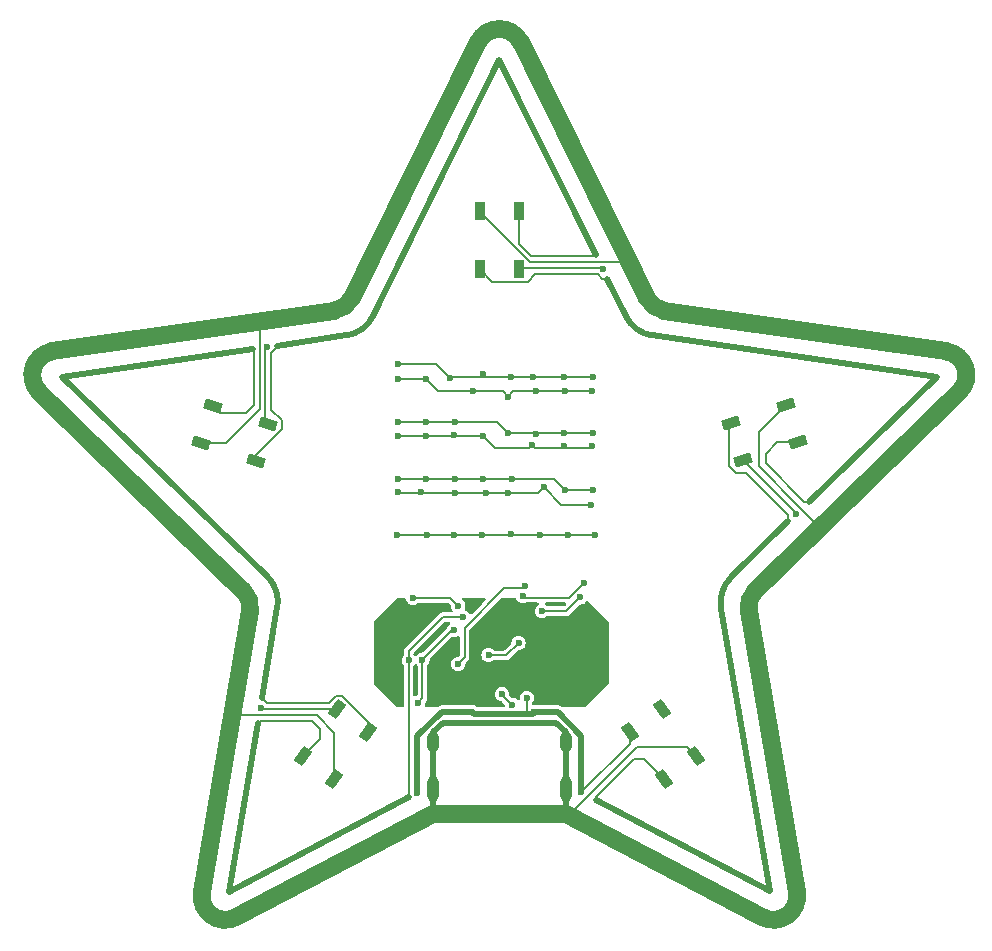
<source format=gbr>
%TF.GenerationSoftware,KiCad,Pcbnew,8.0.6*%
%TF.CreationDate,2024-11-25T17:42:41+01:00*%
%TF.ProjectId,star,73746172-2e6b-4696-9361-645f70636258,rev?*%
%TF.SameCoordinates,Original*%
%TF.FileFunction,Copper,L2,Bot*%
%TF.FilePolarity,Positive*%
%FSLAX46Y46*%
G04 Gerber Fmt 4.6, Leading zero omitted, Abs format (unit mm)*
G04 Created by KiCad (PCBNEW 8.0.6) date 2024-11-25 17:42:41*
%MOMM*%
%LPD*%
G01*
G04 APERTURE LIST*
G04 Aperture macros list*
%AMRoundRect*
0 Rectangle with rounded corners*
0 $1 Rounding radius*
0 $2 $3 $4 $5 $6 $7 $8 $9 X,Y pos of 4 corners*
0 Add a 4 corners polygon primitive as box body*
4,1,4,$2,$3,$4,$5,$6,$7,$8,$9,$2,$3,0*
0 Add four circle primitives for the rounded corners*
1,1,$1+$1,$2,$3*
1,1,$1+$1,$4,$5*
1,1,$1+$1,$6,$7*
1,1,$1+$1,$8,$9*
0 Add four rect primitives between the rounded corners*
20,1,$1+$1,$2,$3,$4,$5,0*
20,1,$1+$1,$4,$5,$6,$7,0*
20,1,$1+$1,$6,$7,$8,$9,0*
20,1,$1+$1,$8,$9,$2,$3,0*%
G04 Aperture macros list end*
%TA.AperFunction,Conductor*%
%ADD10C,1.500000*%
%TD*%
%TA.AperFunction,Conductor*%
%ADD11C,0.500000*%
%TD*%
%TA.AperFunction,ComponentPad*%
%ADD12O,1.000000X1.800000*%
%TD*%
%TA.AperFunction,ComponentPad*%
%ADD13O,1.000000X2.200000*%
%TD*%
%TA.AperFunction,SMDPad,CuDef*%
%ADD14RoundRect,0.090000X-0.516451X-0.546332X0.738943X-0.138429X0.516451X0.546332X-0.738943X0.138429X0*%
%TD*%
%TA.AperFunction,SMDPad,CuDef*%
%ADD15RoundRect,0.090000X0.360000X-0.660000X0.360000X0.660000X-0.360000X0.660000X-0.360000X-0.660000X0*%
%TD*%
%TA.AperFunction,SMDPad,CuDef*%
%ADD16RoundRect,0.090000X-0.679184X0.322349X0.096692X-0.745554X0.679184X-0.322349X-0.096692X0.745554X0*%
%TD*%
%TA.AperFunction,SMDPad,CuDef*%
%ADD17RoundRect,0.090000X0.096692X0.745554X-0.679184X-0.322349X-0.096692X-0.745554X0.679184X0.322349X0*%
%TD*%
%TA.AperFunction,SMDPad,CuDef*%
%ADD18RoundRect,0.090000X0.738943X0.138429X-0.516451X0.546332X-0.738943X-0.138429X0.516451X-0.546332X0*%
%TD*%
%TA.AperFunction,ViaPad*%
%ADD19C,0.600000*%
%TD*%
%TA.AperFunction,Conductor*%
%ADD20C,0.200000*%
%TD*%
G04 APERTURE END LIST*
D10*
%TO.N,GND*%
X100899079Y-141611677D02*
G75*
G02*
X97997376Y-139503213I-930479J1770377D01*
G01*
D11*
%TO.N,Net-(D18-DOUT)*%
X147650000Y-108100000D02*
X142809549Y-112828628D01*
D10*
%TO.N,GND*%
X144275982Y-115734704D02*
G75*
G02*
X144851146Y-113964412I1971318J338104D01*
G01*
X137146804Y-90252824D02*
G75*
G02*
X135640874Y-89158769I287596J1979324D01*
G01*
X128799994Y-132855000D02*
X145450372Y-141610463D01*
X84230406Y-97131904D02*
X101498813Y-113964441D01*
X110709059Y-89158742D02*
G75*
G02*
X109203190Y-90252863I-1793459J885042D01*
G01*
D11*
%TO.N,Net-(D15-DOUT)*%
X103515192Y-112753692D02*
G75*
G02*
X104379020Y-115409608I-2093092J-2149208D01*
G01*
%TO.N,Net-(D16-DOUT)*%
X112475000Y-90725000D02*
X123185171Y-69023822D01*
X131325000Y-85550000D02*
X123185171Y-69023822D01*
D10*
%TO.N,GND*%
X161011156Y-93720518D02*
G75*
G02*
X162119560Y-97131882I-287556J-1979182D01*
G01*
X148352425Y-139502191D02*
G75*
G02*
X145450357Y-141610491I-1971225J-338109D01*
G01*
X137146804Y-90252824D02*
X161011156Y-93720518D01*
X101498813Y-113964441D02*
G75*
G02*
X102073997Y-115734702I-1396013J-1432159D01*
G01*
X84230406Y-97131904D02*
G75*
G02*
X85338832Y-93720521I1396044J1432164D01*
G01*
X128790000Y-132855000D02*
X117550000Y-132855000D01*
D11*
%TO.N,Net-(D17-DOUT)*%
X132325000Y-87575000D02*
X133877636Y-90725570D01*
%TO.N,Net-(D18-DOUT)*%
X146050000Y-139425000D02*
X141944403Y-115487530D01*
D10*
%TO.N,GND*%
X85338832Y-93720518D02*
X109203184Y-90252824D01*
D11*
%TO.N,Net-(D15-DOUT)*%
X104378987Y-115384602D02*
X103075000Y-123075000D01*
X102292402Y-93529350D02*
X86186599Y-95877210D01*
%TO.N,Net-(D17-DOUT)*%
X160216652Y-95870128D02*
X136135921Y-92366617D01*
%TO.N,DIN*%
X115500000Y-131450000D02*
X100254332Y-139448281D01*
%TO.N,Net-(D17-DOUT)*%
X149359226Y-106431894D02*
X160205499Y-95868505D01*
D10*
%TO.N,GND*%
X110709059Y-89158742D02*
X121381522Y-67533971D01*
D11*
%TO.N,Net-(D16-DOUT)*%
X104375000Y-93225000D02*
X110217847Y-92365883D01*
D10*
%TO.N,GND*%
X100899079Y-141611677D02*
X117559994Y-132855000D01*
D11*
%TO.N,Net-(D18-DOUT)*%
X146050000Y-139425000D02*
X131347351Y-131718372D01*
X141946231Y-115484536D02*
G75*
G02*
X142809579Y-112828659I2956669J507136D01*
G01*
D10*
%TO.N,GND*%
X121381522Y-67533971D02*
G75*
G02*
X124968476Y-67533967I1793478J-885129D01*
G01*
X144275982Y-115734704D02*
X148352425Y-139502191D01*
D11*
%TO.N,DIN*%
X102698988Y-125194386D02*
X100254332Y-139448281D01*
D10*
%TO.N,GND*%
X97997387Y-139503215D02*
X102074006Y-115734704D01*
D11*
%TO.N,Net-(D16-DOUT)*%
X112475000Y-90725000D02*
G75*
G02*
X110217851Y-92365908I-2690100J1327500D01*
G01*
D10*
%TO.N,GND*%
X162119582Y-97131904D02*
X144851175Y-113964441D01*
X124968466Y-67533972D02*
X135640929Y-89158742D01*
D11*
%TO.N,Net-(D15-DOUT)*%
X86180270Y-95871047D02*
X103515192Y-112753692D01*
%TO.N,Net-(D17-DOUT)*%
X136135921Y-92366617D02*
G75*
G02*
X133877669Y-90725554I431879J2968617D01*
G01*
%TD*%
D12*
%TO.P,J2,S1,SHIELD*%
%TO.N,GND*%
X117550000Y-126755000D03*
D13*
X117550000Y-130755000D03*
D12*
X128790000Y-126755000D03*
D13*
X128790000Y-130755000D03*
%TD*%
D14*
%TO.P,D18,1,VDD*%
%TO.N,+5V*%
X143784789Y-102941335D03*
%TO.P,D18,2,DOUT*%
%TO.N,Net-(D18-DOUT)*%
X142765034Y-99802848D03*
%TO.P,D18,3,VSS*%
%TO.N,GND*%
X147425211Y-98288665D03*
%TO.P,D18,4,DIN*%
%TO.N,Net-(D17-DOUT)*%
X148444966Y-101427152D03*
%TD*%
D15*
%TO.P,D17,1,VDD*%
%TO.N,+5V*%
X124815000Y-86760000D03*
%TO.P,D17,2,DOUT*%
%TO.N,Net-(D17-DOUT)*%
X121515000Y-86760000D03*
%TO.P,D17,3,VSS*%
%TO.N,GND*%
X121515000Y-81860000D03*
%TO.P,D17,4,DIN*%
%TO.N,Net-(D16-DOUT)*%
X124815000Y-81860000D03*
%TD*%
D16*
%TO.P,D19,1,VDD*%
%TO.N,+5V*%
X134260048Y-125962754D03*
%TO.P,D19,2,DOUT*%
%TO.N,unconnected-(D19-DOUT-Pad2)*%
X136929804Y-124023063D03*
%TO.P,D19,3,VSS*%
%TO.N,GND*%
X139809952Y-127987246D03*
%TO.P,D19,4,DIN*%
%TO.N,Net-(D18-DOUT)*%
X137140196Y-129926937D03*
%TD*%
D17*
%TO.P,D15,1,VDD*%
%TO.N,+5V*%
X109415196Y-124013063D03*
%TO.P,D15,2,DOUT*%
%TO.N,Net-(D15-DOUT)*%
X112084952Y-125952754D03*
%TO.P,D15,3,VSS*%
%TO.N,GND*%
X109204804Y-129916937D03*
%TO.P,D15,4,DIN*%
%TO.N,DIN*%
X106535048Y-127977246D03*
%TD*%
D18*
%TO.P,D16,1,VDD*%
%TO.N,+5V*%
X103599966Y-99832848D03*
%TO.P,D16,2,DOUT*%
%TO.N,Net-(D16-DOUT)*%
X102580211Y-102971335D03*
%TO.P,D16,3,VSS*%
%TO.N,GND*%
X97920034Y-101457152D03*
%TO.P,D16,4,DIN*%
%TO.N,Net-(D15-DOUT)*%
X98939789Y-98318665D03*
%TD*%
D19*
%TO.N,+5V*%
X126150000Y-124225004D03*
X102956063Y-123911967D03*
X130117772Y-131057961D03*
X116228322Y-131073437D03*
X120857197Y-124225004D03*
X103475000Y-93350000D03*
X148258227Y-107502467D03*
X131925000Y-86750000D03*
X125500000Y-123050000D03*
%TO.N,GND*%
X118325000Y-122010000D03*
X125156914Y-121283486D03*
X123325001Y-115960002D03*
X129625000Y-120200000D03*
X129075000Y-123500000D03*
%TO.N,+3V3*%
X125386192Y-113583472D03*
X119685000Y-120175000D03*
%TO.N,DIN*%
X115500006Y-119850000D03*
X120105002Y-116210000D03*
%TO.N,SWIO*%
X116661957Y-119811957D03*
X119355148Y-117298625D03*
X116300000Y-123450000D03*
%TO.N,Net-(J3-Pin_1)*%
X130000000Y-114550000D03*
X126775000Y-115710000D03*
%TO.N,Net-(J4-Pin_1)*%
X115850000Y-114575000D03*
X119700000Y-115275000D03*
%TO.N,Net-(U1-PD5)*%
X124800002Y-118400000D03*
X122259112Y-119440304D03*
%TO.N,unconnected-(U1-PD0-Pad5)*%
X130300000Y-113299998D03*
X125150000Y-114425000D03*
%TO.N,/USB_D-*%
X124250000Y-123625000D03*
X123392892Y-122738399D03*
%TO.N,LED2*%
X114625000Y-94750000D03*
X131066282Y-95861282D03*
X119025010Y-95950002D03*
X121800008Y-95625000D03*
X128646282Y-95856282D03*
X124150000Y-95850000D03*
X126025000Y-95850000D03*
%TO.N,LED3*%
X128700000Y-97100000D03*
X116976282Y-96056282D03*
X131050000Y-97100000D03*
X114575000Y-96050000D03*
X120975012Y-97100012D03*
X126265088Y-97100005D03*
X123916282Y-97550004D03*
%TO.N,LED4*%
X128666282Y-100651282D03*
X131075000Y-100625000D03*
X116976081Y-99728530D03*
X114571282Y-99650000D03*
X126316282Y-100666282D03*
X123941282Y-100656282D03*
X119450000Y-99725000D03*
%TO.N,LED7*%
X114581282Y-105656282D03*
X122075000Y-105675000D03*
X116500000Y-105599994D03*
X126924998Y-105225000D03*
X130950000Y-106708728D03*
X119386282Y-105661282D03*
X123925000Y-105675000D03*
%TO.N,LED6*%
X116987258Y-104540539D03*
X131075000Y-105450000D03*
X114583358Y-104544300D03*
X128706282Y-105471282D03*
X121823281Y-104543160D03*
X124237926Y-104557397D03*
X119383759Y-104548977D03*
%TO.N,LED5*%
X131017450Y-101742528D03*
X116986282Y-100841282D03*
X128662055Y-101763097D03*
X121775000Y-100850000D03*
X119361282Y-100831282D03*
X125913999Y-101631952D03*
X114581282Y-100851282D03*
%TO.N,LED8*%
X128975000Y-109250000D03*
X119375000Y-109225002D03*
X114550000Y-109300000D03*
X121681438Y-109224023D03*
X124176282Y-109200000D03*
X126575000Y-109250000D03*
X117025000Y-109275000D03*
X131275979Y-109256057D03*
%TD*%
D20*
%TO.N,+5V*%
X134260048Y-125962754D02*
X134260048Y-126915685D01*
D11*
X116228322Y-126303161D02*
X118306479Y-124225004D01*
X118306479Y-124225004D02*
X120857197Y-124225004D01*
D20*
X148258227Y-107414773D02*
X148258227Y-107502467D01*
X134260048Y-126915685D02*
X130117772Y-131057961D01*
D11*
X126150000Y-124225004D02*
X128100004Y-124225004D01*
D20*
X125500000Y-123050000D02*
X125500000Y-124225004D01*
X124925000Y-86650000D02*
X131875000Y-86650000D01*
D11*
X120857197Y-124225004D02*
X121007193Y-124375000D01*
D20*
X109415196Y-124013063D02*
X102932159Y-124013063D01*
D11*
X121007193Y-124375000D02*
X126000004Y-124375000D01*
D20*
X102932159Y-124013063D02*
X102931063Y-124011967D01*
D11*
X128100004Y-124225004D02*
X130117772Y-126242772D01*
D20*
X103599967Y-99832848D02*
X103375000Y-99607881D01*
D11*
X116228322Y-131073437D02*
X116228322Y-126303161D01*
D20*
X103375000Y-99607881D02*
X103375000Y-93450000D01*
X124815000Y-86760000D02*
X124925000Y-86650000D01*
D11*
X130117772Y-126242772D02*
X130117772Y-131057961D01*
X126000004Y-124375000D02*
X126150000Y-124225004D01*
D20*
X143784789Y-102941335D02*
X148258227Y-107414773D01*
X103375000Y-93450000D02*
X103475000Y-93350000D01*
%TO.N,GND*%
X121515000Y-81885964D02*
X125779036Y-86150000D01*
X102875000Y-98625000D02*
X102875000Y-91525000D01*
X107725000Y-124525000D02*
X109204804Y-126004804D01*
D11*
X128790000Y-132149114D02*
X128790000Y-130651992D01*
D20*
X139072706Y-127250000D02*
X139809952Y-127987246D01*
X117490719Y-132208276D02*
X117270749Y-132323945D01*
X147425211Y-98288665D02*
X145150000Y-100563876D01*
X121515000Y-81860000D02*
X121515000Y-81885964D01*
X97920034Y-101457152D02*
X100042848Y-101457152D01*
X148475000Y-106775000D02*
X149825000Y-108125000D01*
D11*
X127971257Y-125152690D02*
X128790000Y-125971433D01*
X128790000Y-126755000D02*
X128790000Y-130755000D01*
D20*
X117491251Y-130233227D02*
X117274829Y-130346804D01*
X117550000Y-132148995D02*
X117490719Y-132208276D01*
X129527085Y-132510415D02*
X134787500Y-127250000D01*
X134787500Y-127250000D02*
X139072706Y-127250000D01*
D11*
X117550000Y-126755000D02*
X117550000Y-125971433D01*
D20*
X100042848Y-101457152D02*
X102875000Y-98625000D01*
D11*
X118368743Y-125152690D02*
X127971257Y-125152690D01*
D20*
X125779036Y-86150000D02*
X133475000Y-86150000D01*
D11*
X117550000Y-130755000D02*
X117550000Y-126755000D01*
D20*
X145150000Y-100563876D02*
X145150000Y-103450000D01*
X129069142Y-132323888D02*
X128849150Y-132208264D01*
D11*
X117550000Y-125971433D02*
X118368743Y-125152690D01*
X128790000Y-125971433D02*
X128790000Y-126755000D01*
D20*
X145150000Y-103450000D02*
X148475000Y-106775000D01*
X117550000Y-130174478D02*
X117491251Y-130233227D01*
X109204804Y-126004804D02*
X109204804Y-129916937D01*
D11*
X117550000Y-130755000D02*
X117550000Y-132148995D01*
D20*
X101150000Y-124525000D02*
X107725000Y-124525000D01*
%TO.N,+3V3*%
X120230019Y-119629981D02*
X120230019Y-117119981D01*
X119685000Y-120175000D02*
X120230019Y-119629981D01*
X125219664Y-113750000D02*
X125386192Y-113583472D01*
X120230019Y-117119981D02*
X123600000Y-113750000D01*
X123600000Y-113750000D02*
X125219664Y-113750000D01*
%TO.N,DIN*%
X107975000Y-126537294D02*
X106535048Y-127977246D01*
X120105002Y-116210000D02*
X118390000Y-116210000D01*
X115500000Y-119850006D02*
X115500006Y-119850000D01*
X102698988Y-125194386D02*
X102893374Y-125000000D01*
X107300000Y-125000000D02*
X107975000Y-125675000D01*
X102893374Y-125000000D02*
X107300000Y-125000000D01*
X107975000Y-125675000D02*
X107975000Y-126537294D01*
X118390000Y-116210000D02*
X115500006Y-119099994D01*
X115500006Y-119099994D02*
X115500006Y-119850000D01*
X115500000Y-131450000D02*
X115500000Y-119850006D01*
%TO.N,Net-(D15-DOUT)*%
X112084952Y-125129349D02*
X109832479Y-122876876D01*
X98939789Y-98318665D02*
X99546124Y-98925000D01*
X102375000Y-98275000D02*
X102375000Y-93611948D01*
X109832479Y-122876876D02*
X109350583Y-122876876D01*
X102375000Y-93611948D02*
X102292402Y-93529350D01*
X112084952Y-125952754D02*
X112084952Y-125129349D01*
X109350583Y-122876876D02*
X108727459Y-123500000D01*
X101725000Y-98925000D02*
X102375000Y-98275000D01*
X108727459Y-123500000D02*
X103500000Y-123500000D01*
X99546124Y-98925000D02*
X101725000Y-98925000D01*
X103500000Y-123500000D02*
X103075000Y-123075000D01*
%TO.N,Net-(D16-DOUT)*%
X102580211Y-102971335D02*
X102580211Y-102469789D01*
X125850000Y-85650000D02*
X131225000Y-85650000D01*
X102580211Y-102469789D02*
X104730390Y-100319610D01*
X103875000Y-93846077D02*
X104375000Y-93346077D01*
X124815000Y-84615000D02*
X125850000Y-85650000D01*
X131225000Y-85650000D02*
X131325000Y-85550000D01*
X104375000Y-93346077D02*
X104375000Y-93225000D01*
X103875000Y-98675000D02*
X103875000Y-93846077D01*
X124815000Y-81860000D02*
X124815000Y-84615000D01*
X104730390Y-100319610D02*
X104730390Y-99530390D01*
X104730390Y-99530390D02*
X103875000Y-98675000D01*
%TO.N,Net-(D17-DOUT)*%
X122565000Y-87810000D02*
X125565000Y-87810000D01*
X145725000Y-102425000D02*
X146722848Y-101427152D01*
X125565000Y-87810000D02*
X126200000Y-87175000D01*
X148956894Y-106431894D02*
X145725000Y-103200000D01*
X146722848Y-101427152D02*
X148444966Y-101427152D01*
X121515000Y-86760000D02*
X122565000Y-87810000D01*
X149359226Y-106431894D02*
X148956894Y-106431894D01*
X145725000Y-103200000D02*
X145725000Y-102425000D01*
X126200000Y-87175000D02*
X131500000Y-87175000D01*
X131500000Y-87175000D02*
X131900000Y-87575000D01*
X131900000Y-87575000D02*
X132325000Y-87575000D01*
%TO.N,Net-(D18-DOUT)*%
X142654365Y-103454365D02*
X143225000Y-104025000D01*
X134575000Y-128225000D02*
X131347351Y-131452649D01*
X137140196Y-129926937D02*
X135438259Y-128225000D01*
X131347351Y-131452649D02*
X131347351Y-131718372D01*
X143225000Y-104025000D02*
X144100000Y-104025000D01*
X135438259Y-128225000D02*
X134575000Y-128225000D01*
X142654365Y-99913517D02*
X142654365Y-103454365D01*
X147650000Y-107575000D02*
X147650000Y-108100000D01*
X144100000Y-104025000D02*
X147650000Y-107575000D01*
X142765034Y-99802848D02*
X142654365Y-99913517D01*
%TO.N,SWIO*%
X116661957Y-119811957D02*
X116661957Y-123088043D01*
X119355148Y-117298625D02*
X119175289Y-117298625D01*
X116661957Y-123088043D02*
X116300000Y-123450000D01*
X119175289Y-117298625D02*
X116661957Y-119811957D01*
%TO.N,Net-(J3-Pin_1)*%
X128840000Y-115710000D02*
X126775000Y-115710000D01*
X130000000Y-114550000D02*
X128840000Y-115710000D01*
%TO.N,Net-(J4-Pin_1)*%
X115850000Y-114575000D02*
X119000000Y-114575000D01*
X119000000Y-114575000D02*
X119700000Y-115275000D01*
%TO.N,Net-(U1-PD5)*%
X123759698Y-119440304D02*
X124800002Y-118400000D01*
X122259112Y-119440304D02*
X123759698Y-119440304D01*
%TO.N,unconnected-(U1-PD0-Pad5)*%
X130300000Y-113299998D02*
X129037264Y-114562734D01*
X129037264Y-114562734D02*
X125287734Y-114562734D01*
X125287734Y-114562734D02*
X125150000Y-114425000D01*
%TO.N,/USB_D-*%
X123392892Y-122767892D02*
X124250000Y-123625000D01*
X123392892Y-122738399D02*
X123392892Y-122767892D01*
%TO.N,LED2*%
X131055000Y-95850000D02*
X128000000Y-95850000D01*
X126025000Y-95850000D02*
X123125000Y-95850000D01*
X114625000Y-94750000D02*
X117825008Y-94750000D01*
X117825008Y-94750000D02*
X119025010Y-95950002D01*
X128640000Y-95850000D02*
X128646282Y-95856282D01*
X121650000Y-95850000D02*
X119125012Y-95850000D01*
X119125012Y-95850000D02*
X119025010Y-95950002D01*
X128000000Y-95850000D02*
X126025000Y-95850000D01*
X123125000Y-95850000D02*
X124150000Y-95850000D01*
X131066282Y-95861282D02*
X131055000Y-95850000D01*
X121650000Y-95850000D02*
X121800008Y-95699992D01*
X128000000Y-95850000D02*
X128640000Y-95850000D01*
X121800008Y-95699992D02*
X121800008Y-95625000D01*
X123125000Y-95850000D02*
X121650000Y-95850000D01*
%TO.N,LED3*%
X116975000Y-96055000D02*
X116976282Y-96056282D01*
X124366281Y-97100005D02*
X123916282Y-97550004D01*
X116975000Y-96050000D02*
X116975000Y-96055000D01*
X126265093Y-97100000D02*
X126265088Y-97100005D01*
X126265088Y-97100005D02*
X124366281Y-97100005D01*
X128700000Y-97100000D02*
X131050000Y-97100000D01*
X114575000Y-96050000D02*
X116975000Y-96050000D01*
X128700000Y-97100000D02*
X126265093Y-97100000D01*
X120975012Y-97100012D02*
X123466290Y-97100012D01*
X118020012Y-97100012D02*
X120975012Y-97100012D01*
X116976282Y-96056282D02*
X118020012Y-97100012D01*
X123466290Y-97100012D02*
X123916282Y-97550004D01*
%TO.N,LED4*%
X127825000Y-100625000D02*
X125900000Y-100625000D01*
X117525000Y-99728530D02*
X117525000Y-99725000D01*
X114649812Y-99728530D02*
X114571282Y-99650000D01*
X123968718Y-100656282D02*
X123941282Y-100656282D01*
X123010000Y-99725000D02*
X119450000Y-99725000D01*
X125900000Y-100625000D02*
X126275000Y-100625000D01*
X124000000Y-100625000D02*
X123968718Y-100656282D01*
X117525000Y-99725000D02*
X119450000Y-99725000D01*
X116976081Y-99728530D02*
X117525000Y-99728530D01*
X126275000Y-100625000D02*
X126316282Y-100666282D01*
X128640000Y-100625000D02*
X128666282Y-100651282D01*
X131075000Y-100625000D02*
X127825000Y-100625000D01*
X125900000Y-100625000D02*
X124000000Y-100625000D01*
X116976081Y-99728530D02*
X114649812Y-99728530D01*
X127825000Y-100625000D02*
X128640000Y-100625000D01*
X123941282Y-100656282D02*
X123010000Y-99725000D01*
%TO.N,LED7*%
X116575000Y-105675000D02*
X116500000Y-105600000D01*
X121300000Y-105675000D02*
X122075000Y-105675000D01*
X123600000Y-105675000D02*
X121300000Y-105675000D01*
X118850000Y-105675000D02*
X119372564Y-105675000D01*
X119372564Y-105675000D02*
X119386282Y-105661282D01*
X123600000Y-105675000D02*
X123925000Y-105675000D01*
X118850000Y-105675000D02*
X116575000Y-105675000D01*
X116575000Y-105675000D02*
X114600000Y-105675000D01*
X130950000Y-106708728D02*
X130933728Y-106725000D01*
X116500000Y-105600000D02*
X116500000Y-105599994D01*
X126474998Y-105675000D02*
X126924998Y-105225000D01*
X121300000Y-105675000D02*
X118850000Y-105675000D01*
X114600000Y-105675000D02*
X114581282Y-105656282D01*
X130933728Y-106725000D02*
X128424998Y-106725000D01*
X128424998Y-106725000D02*
X126924998Y-105225000D01*
X123925000Y-105675000D02*
X126474998Y-105675000D01*
%TO.N,LED6*%
X131075000Y-105450000D02*
X128727564Y-105450000D01*
X124245323Y-104550000D02*
X127785000Y-104550000D01*
X124237926Y-104557397D02*
X124245323Y-104550000D01*
X124223689Y-104543160D02*
X124237926Y-104557397D01*
X119375321Y-104540539D02*
X119383759Y-104548977D01*
X127785000Y-104550000D02*
X128706282Y-105471282D01*
X121817464Y-104548977D02*
X121823281Y-104543160D01*
X128727564Y-105450000D02*
X128706282Y-105471282D01*
X119383759Y-104548977D02*
X121817464Y-104548977D01*
X114583358Y-104544300D02*
X116983497Y-104544300D01*
X116987258Y-104540539D02*
X119375321Y-104540539D01*
X121823281Y-104543160D02*
X124223689Y-104543160D01*
X116983497Y-104544300D02*
X116987258Y-104540539D01*
%TO.N,LED5*%
X116995000Y-100850000D02*
X116986282Y-100841282D01*
X128798958Y-101900000D02*
X128662055Y-101763097D01*
X128525152Y-101900000D02*
X126182047Y-101900000D01*
X128662055Y-101763097D02*
X128525152Y-101900000D01*
X130859978Y-101900000D02*
X128798958Y-101900000D01*
X122825000Y-101900000D02*
X121775000Y-100850000D01*
X114582564Y-100850000D02*
X114581282Y-100851282D01*
X119875000Y-100850000D02*
X117450000Y-100850000D01*
X121775000Y-100850000D02*
X119875000Y-100850000D01*
X119380000Y-100850000D02*
X119361282Y-100831282D01*
X126182047Y-101900000D02*
X125913999Y-101631952D01*
X117450000Y-100850000D02*
X114582564Y-100850000D01*
X117450000Y-100850000D02*
X116995000Y-100850000D01*
X119875000Y-100850000D02*
X119380000Y-100850000D01*
X131017450Y-101742528D02*
X130859978Y-101900000D01*
X125913999Y-101631952D02*
X125645951Y-101900000D01*
X125645951Y-101900000D02*
X122825000Y-101900000D01*
%TO.N,LED8*%
X131275979Y-109256057D02*
X128981057Y-109256057D01*
X119325002Y-109275000D02*
X119375000Y-109225002D01*
X124226282Y-109250000D02*
X124176282Y-109200000D01*
X124152259Y-109224023D02*
X124176282Y-109200000D01*
X121680459Y-109225002D02*
X119375000Y-109225002D01*
X114550000Y-109300000D02*
X114575000Y-109275000D01*
X128981057Y-109256057D02*
X128975000Y-109250000D01*
X121681438Y-109224023D02*
X121680459Y-109225002D01*
X126575000Y-109250000D02*
X128975000Y-109250000D01*
X117025000Y-109275000D02*
X119325002Y-109275000D01*
X121681438Y-109224023D02*
X124152259Y-109224023D01*
X114575000Y-109275000D02*
X117025000Y-109275000D01*
X126575000Y-109250000D02*
X124226282Y-109250000D01*
%TD*%
%TA.AperFunction,Conductor*%
%TO.N,GND*%
G36*
X124546340Y-114594685D02*
G01*
X124592095Y-114647489D01*
X124593860Y-114651544D01*
X124625464Y-114727841D01*
X124721718Y-114853282D01*
X124847159Y-114949536D01*
X124993238Y-115010044D01*
X125006721Y-115011819D01*
X125149999Y-115030682D01*
X125150000Y-115030682D01*
X125150001Y-115030682D01*
X125202254Y-115023802D01*
X125306762Y-115010044D01*
X125396983Y-114972672D01*
X125444436Y-114963234D01*
X126396482Y-114963234D01*
X126463521Y-114982919D01*
X126509276Y-115035723D01*
X126519220Y-115104881D01*
X126490195Y-115168437D01*
X126471970Y-115185608D01*
X126400720Y-115240281D01*
X126346718Y-115281718D01*
X126250463Y-115407160D01*
X126189956Y-115553237D01*
X126189955Y-115553239D01*
X126169318Y-115709998D01*
X126169318Y-115710001D01*
X126189955Y-115866760D01*
X126189956Y-115866762D01*
X126199383Y-115889522D01*
X126250464Y-116012841D01*
X126346718Y-116138282D01*
X126472159Y-116234536D01*
X126618238Y-116295044D01*
X126696619Y-116305363D01*
X126774999Y-116315682D01*
X126775000Y-116315682D01*
X126775001Y-116315682D01*
X126827254Y-116308802D01*
X126931762Y-116295044D01*
X127077841Y-116234536D01*
X127203282Y-116138282D01*
X127203283Y-116138279D01*
X127206093Y-116136124D01*
X127271263Y-116110930D01*
X127281580Y-116110500D01*
X128892725Y-116110500D01*
X128892727Y-116110500D01*
X128994588Y-116083207D01*
X129085913Y-116030480D01*
X129924991Y-115191400D01*
X129986312Y-115157917D01*
X129996485Y-115156144D01*
X129999997Y-115155681D01*
X130000000Y-115155682D01*
X130156762Y-115135044D01*
X130302841Y-115074536D01*
X130428282Y-114978282D01*
X130524536Y-114852841D01*
X130524536Y-114852839D01*
X130526730Y-114849981D01*
X130583158Y-114808779D01*
X130652904Y-114804624D01*
X130712787Y-114837787D01*
X132413681Y-116538681D01*
X132447166Y-116600004D01*
X132450000Y-116626362D01*
X132450000Y-121798638D01*
X132430315Y-121865677D01*
X132413681Y-121886319D01*
X130486319Y-123813681D01*
X130424996Y-123847166D01*
X130398638Y-123850000D01*
X128554887Y-123850000D01*
X128487848Y-123830315D01*
X128467206Y-123813681D01*
X128438020Y-123784495D01*
X128438019Y-123784494D01*
X128312489Y-123712020D01*
X128312484Y-123712018D01*
X128252938Y-123696062D01*
X128252938Y-123696063D01*
X128187571Y-123678548D01*
X128172479Y-123674504D01*
X128172478Y-123674504D01*
X126414823Y-123674504D01*
X126367370Y-123665065D01*
X126306762Y-123639960D01*
X126306760Y-123639959D01*
X126150001Y-123619322D01*
X126149999Y-123619322D01*
X126079783Y-123628566D01*
X126010748Y-123617800D01*
X125958492Y-123571420D01*
X125939607Y-123504151D01*
X125960088Y-123437351D01*
X125965222Y-123430141D01*
X126024535Y-123352842D01*
X126024534Y-123352842D01*
X126024536Y-123352841D01*
X126085044Y-123206762D01*
X126105682Y-123050000D01*
X126104528Y-123041238D01*
X126085044Y-122893239D01*
X126085044Y-122893238D01*
X126024536Y-122747159D01*
X125928282Y-122621718D01*
X125802841Y-122525464D01*
X125656762Y-122464956D01*
X125656760Y-122464955D01*
X125500001Y-122444318D01*
X125499999Y-122444318D01*
X125343239Y-122464955D01*
X125343237Y-122464956D01*
X125197160Y-122525463D01*
X125071718Y-122621718D01*
X124975463Y-122747160D01*
X124914956Y-122893237D01*
X124914955Y-122893239D01*
X124894318Y-123049998D01*
X124894318Y-123050002D01*
X124901972Y-123108144D01*
X124891206Y-123177179D01*
X124844826Y-123229434D01*
X124777556Y-123248319D01*
X124710756Y-123227838D01*
X124680658Y-123199815D01*
X124678282Y-123196718D01*
X124552841Y-123100464D01*
X124406762Y-123039956D01*
X124350577Y-123032559D01*
X124246485Y-123018855D01*
X124182589Y-122990588D01*
X124174990Y-122983597D01*
X124033811Y-122842418D01*
X124000326Y-122781095D01*
X123998888Y-122746527D01*
X123998574Y-122746527D01*
X123998574Y-122738991D01*
X123998555Y-122738541D01*
X123998574Y-122738399D01*
X123977936Y-122581637D01*
X123917428Y-122435558D01*
X123821174Y-122310117D01*
X123695733Y-122213863D01*
X123549654Y-122153355D01*
X123549652Y-122153354D01*
X123392893Y-122132717D01*
X123392891Y-122132717D01*
X123236131Y-122153354D01*
X123236129Y-122153355D01*
X123090052Y-122213862D01*
X122964610Y-122310117D01*
X122868355Y-122435559D01*
X122807848Y-122581636D01*
X122807847Y-122581638D01*
X122787210Y-122738397D01*
X122787210Y-122738400D01*
X122807847Y-122895159D01*
X122807848Y-122895161D01*
X122861168Y-123023888D01*
X122868356Y-123041240D01*
X122964610Y-123166681D01*
X123090051Y-123262935D01*
X123236130Y-123323443D01*
X123362441Y-123340072D01*
X123426338Y-123368338D01*
X123433937Y-123375330D01*
X123608597Y-123549990D01*
X123642082Y-123611313D01*
X123643855Y-123621485D01*
X123652127Y-123684314D01*
X123641362Y-123753349D01*
X123594982Y-123805605D01*
X123529188Y-123824500D01*
X121363772Y-123824500D01*
X121296733Y-123804815D01*
X121288286Y-123798876D01*
X121160039Y-123700468D01*
X121013959Y-123639960D01*
X121013957Y-123639959D01*
X120857198Y-123619322D01*
X120857196Y-123619322D01*
X120700436Y-123639959D01*
X120700434Y-123639960D01*
X120639827Y-123665065D01*
X120592374Y-123674504D01*
X118234004Y-123674504D01*
X118153545Y-123696063D01*
X118153544Y-123696062D01*
X118093998Y-123712018D01*
X118093993Y-123712020D01*
X117968465Y-123784493D01*
X117968462Y-123784495D01*
X117939277Y-123813681D01*
X117877954Y-123847166D01*
X117851596Y-123850000D01*
X116969871Y-123850000D01*
X116902832Y-123830315D01*
X116857077Y-123777511D01*
X116847133Y-123708353D01*
X116855310Y-123678548D01*
X116876012Y-123628566D01*
X116885044Y-123606762D01*
X116905682Y-123450000D01*
X116905681Y-123449997D01*
X116906144Y-123446486D01*
X116934410Y-123382590D01*
X116941404Y-123374988D01*
X116948055Y-123368338D01*
X116982437Y-123333956D01*
X117004690Y-123295412D01*
X117035164Y-123242630D01*
X117062457Y-123140770D01*
X117062457Y-120318537D01*
X117082142Y-120251498D01*
X117088081Y-120243050D01*
X117090236Y-120240240D01*
X117090239Y-120240239D01*
X117186493Y-120114798D01*
X117247001Y-119968719D01*
X117267639Y-119811957D01*
X117267638Y-119811954D01*
X117268101Y-119808442D01*
X117296367Y-119744546D01*
X117303347Y-119736958D01*
X119118256Y-117922049D01*
X119179577Y-117888566D01*
X119222116Y-117886793D01*
X119355148Y-117904307D01*
X119355149Y-117904307D01*
X119407402Y-117897427D01*
X119511910Y-117883669D01*
X119657989Y-117823161D01*
X119657989Y-117823160D01*
X119658066Y-117823129D01*
X119727536Y-117815660D01*
X119790015Y-117846935D01*
X119825667Y-117907024D01*
X119829519Y-117937690D01*
X119829519Y-119412724D01*
X119809834Y-119479763D01*
X119793199Y-119500407D01*
X119760006Y-119533599D01*
X119698682Y-119567083D01*
X119688512Y-119568855D01*
X119528238Y-119589956D01*
X119528237Y-119589956D01*
X119382160Y-119650463D01*
X119256718Y-119746718D01*
X119160463Y-119872160D01*
X119099956Y-120018237D01*
X119099955Y-120018239D01*
X119079318Y-120174998D01*
X119079318Y-120175001D01*
X119099955Y-120331760D01*
X119099956Y-120331762D01*
X119160464Y-120477841D01*
X119256718Y-120603282D01*
X119382159Y-120699536D01*
X119528238Y-120760044D01*
X119606619Y-120770363D01*
X119684999Y-120780682D01*
X119685000Y-120780682D01*
X119685001Y-120780682D01*
X119737254Y-120773802D01*
X119841762Y-120760044D01*
X119987841Y-120699536D01*
X120113282Y-120603282D01*
X120209536Y-120477841D01*
X120270044Y-120331762D01*
X120290682Y-120175000D01*
X120290681Y-120174997D01*
X120291144Y-120171485D01*
X120319410Y-120107589D01*
X120326377Y-120100014D01*
X120550499Y-119875894D01*
X120603226Y-119784569D01*
X120630519Y-119682708D01*
X120630519Y-119577254D01*
X120630519Y-119440302D01*
X121653430Y-119440302D01*
X121653430Y-119440305D01*
X121674067Y-119597064D01*
X121674068Y-119597066D01*
X121734576Y-119743145D01*
X121830830Y-119868586D01*
X121956271Y-119964840D01*
X122102350Y-120025348D01*
X122180731Y-120035667D01*
X122259111Y-120045986D01*
X122259112Y-120045986D01*
X122259113Y-120045986D01*
X122311366Y-120039106D01*
X122415874Y-120025348D01*
X122561953Y-119964840D01*
X122687394Y-119868586D01*
X122687395Y-119868583D01*
X122690205Y-119866428D01*
X122755375Y-119841234D01*
X122765692Y-119840804D01*
X123812423Y-119840804D01*
X123812425Y-119840804D01*
X123914286Y-119813511D01*
X124005611Y-119760784D01*
X124724993Y-119041400D01*
X124786314Y-119007917D01*
X124796487Y-119006144D01*
X124799999Y-119005681D01*
X124800002Y-119005682D01*
X124956764Y-118985044D01*
X125102843Y-118924536D01*
X125228284Y-118828282D01*
X125324538Y-118702841D01*
X125385046Y-118556762D01*
X125405684Y-118400000D01*
X125385046Y-118243238D01*
X125324538Y-118097159D01*
X125228284Y-117971718D01*
X125102843Y-117875464D01*
X124956764Y-117814956D01*
X124956762Y-117814955D01*
X124800003Y-117794318D01*
X124800001Y-117794318D01*
X124643241Y-117814955D01*
X124643239Y-117814956D01*
X124497162Y-117875463D01*
X124371720Y-117971718D01*
X124275465Y-118097160D01*
X124214958Y-118243237D01*
X124214958Y-118243238D01*
X124193857Y-118403513D01*
X124165590Y-118467409D01*
X124158599Y-118475008D01*
X123630124Y-119003485D01*
X123568801Y-119036970D01*
X123542443Y-119039804D01*
X122765692Y-119039804D01*
X122698653Y-119020119D01*
X122690205Y-119014180D01*
X122687395Y-119012024D01*
X122687394Y-119012022D01*
X122561953Y-118915768D01*
X122415874Y-118855260D01*
X122415872Y-118855259D01*
X122259113Y-118834622D01*
X122259111Y-118834622D01*
X122102351Y-118855259D01*
X122102349Y-118855260D01*
X121956272Y-118915767D01*
X121830830Y-119012022D01*
X121734575Y-119137464D01*
X121674068Y-119283541D01*
X121674067Y-119283543D01*
X121653430Y-119440302D01*
X120630519Y-119440302D01*
X120630519Y-117337236D01*
X120650204Y-117270197D01*
X120666838Y-117249555D01*
X123305074Y-114611319D01*
X123366397Y-114577834D01*
X123392755Y-114575000D01*
X124479301Y-114575000D01*
X124546340Y-114594685D01*
G37*
%TD.AperFunction*%
%TD*%
%TA.AperFunction,NonConductor*%
G36*
X128788050Y-114982919D02*
G01*
X128833805Y-115035723D01*
X128843749Y-115104881D01*
X128814724Y-115168437D01*
X128808692Y-115174915D01*
X128710426Y-115273181D01*
X128649103Y-115306666D01*
X128622745Y-115309500D01*
X127281580Y-115309500D01*
X127214541Y-115289815D01*
X127206093Y-115283876D01*
X127203283Y-115281720D01*
X127203282Y-115281718D01*
X127078030Y-115185609D01*
X127036829Y-115129182D01*
X127032674Y-115059436D01*
X127066887Y-114998515D01*
X127128604Y-114965763D01*
X127153518Y-114963234D01*
X128721011Y-114963234D01*
X128788050Y-114982919D01*
G37*
%TD.AperFunction*%
%TA.AperFunction,NonConductor*%
G36*
X121976284Y-114594685D02*
G01*
X122022039Y-114647489D01*
X122031983Y-114716647D01*
X122002958Y-114780203D01*
X121996932Y-114786673D01*
X121684070Y-115099536D01*
X120833080Y-115950525D01*
X120771757Y-115984010D01*
X120702065Y-115979026D01*
X120646132Y-115937154D01*
X120630839Y-115910299D01*
X120629539Y-115907161D01*
X120629538Y-115907160D01*
X120629538Y-115907159D01*
X120533284Y-115781718D01*
X120407843Y-115685464D01*
X120363339Y-115667029D01*
X120327890Y-115652346D01*
X120273487Y-115608504D01*
X120251423Y-115542210D01*
X120260783Y-115490332D01*
X120285044Y-115431762D01*
X120303732Y-115289815D01*
X120305682Y-115275001D01*
X120305682Y-115274998D01*
X120289372Y-115151111D01*
X120285044Y-115118238D01*
X120224536Y-114972159D01*
X120128282Y-114846718D01*
X120063977Y-114797375D01*
X120022775Y-114740948D01*
X120018620Y-114671202D01*
X120052832Y-114610282D01*
X120114550Y-114577529D01*
X120139464Y-114575000D01*
X121909245Y-114575000D01*
X121976284Y-114594685D01*
G37*
%TD.AperFunction*%
%TA.AperFunction,NonConductor*%
G36*
X118967247Y-116630185D02*
G01*
X119013002Y-116682989D01*
X119022946Y-116752147D01*
X118993921Y-116815703D01*
X118975699Y-116832872D01*
X118947899Y-116854203D01*
X118926864Y-116870344D01*
X118830612Y-116995783D01*
X118830611Y-116995784D01*
X118782685Y-117111487D01*
X118755805Y-117151714D01*
X116736965Y-119170554D01*
X116675642Y-119204039D01*
X116665470Y-119205812D01*
X116505195Y-119226913D01*
X116505194Y-119226913D01*
X116359117Y-119287420D01*
X116233672Y-119383677D01*
X116164760Y-119473485D01*
X116108332Y-119514688D01*
X116038586Y-119518842D01*
X115977666Y-119484629D01*
X115968010Y-119473485D01*
X115928288Y-119421718D01*
X115926129Y-119418904D01*
X115900936Y-119353735D01*
X115900506Y-119343419D01*
X115900506Y-119317248D01*
X115920191Y-119250209D01*
X115936825Y-119229567D01*
X118519573Y-116646819D01*
X118580896Y-116613334D01*
X118607254Y-116610500D01*
X118900208Y-116610500D01*
X118967247Y-116630185D01*
G37*
%TD.AperFunction*%
%TA.AperFunction,NonConductor*%
G36*
X116184296Y-120177327D02*
G01*
X116193953Y-120188472D01*
X116235833Y-120243051D01*
X116261027Y-120308220D01*
X116261457Y-120318537D01*
X116261457Y-122740647D01*
X116241772Y-122807686D01*
X116188968Y-122853441D01*
X116153645Y-122863585D01*
X116143238Y-122864956D01*
X116143234Y-122864957D01*
X116071952Y-122894483D01*
X116002483Y-122901952D01*
X115940004Y-122870676D01*
X115904352Y-122810587D01*
X115900500Y-122779922D01*
X115900500Y-120356587D01*
X115920185Y-120289548D01*
X115926124Y-120281100D01*
X115928283Y-120278285D01*
X115928288Y-120278282D01*
X115997203Y-120188468D01*
X116053629Y-120147269D01*
X116123375Y-120143114D01*
X116184296Y-120177327D01*
G37*
%TD.AperFunction*%
%TA.AperFunction,NonConductor*%
G36*
X115202612Y-114594685D02*
G01*
X115248367Y-114647489D01*
X115258512Y-114682814D01*
X115264956Y-114731761D01*
X115264956Y-114731762D01*
X115312571Y-114846716D01*
X115325464Y-114877841D01*
X115421718Y-115003282D01*
X115547159Y-115099536D01*
X115693238Y-115160044D01*
X115756990Y-115168437D01*
X115849999Y-115180682D01*
X115850000Y-115180682D01*
X115850001Y-115180682D01*
X115943010Y-115168437D01*
X116006762Y-115160044D01*
X116152841Y-115099536D01*
X116278282Y-115003282D01*
X116278283Y-115003279D01*
X116281093Y-115001124D01*
X116346263Y-114975930D01*
X116356580Y-114975500D01*
X118782745Y-114975500D01*
X118849784Y-114995185D01*
X118870426Y-115011819D01*
X119058597Y-115199990D01*
X119092082Y-115261313D01*
X119093855Y-115271485D01*
X119114956Y-115431761D01*
X119114956Y-115431762D01*
X119165273Y-115553239D01*
X119175464Y-115577841D01*
X119200151Y-115610014D01*
X119225345Y-115675183D01*
X119211307Y-115743627D01*
X119162493Y-115793617D01*
X119101775Y-115809500D01*
X118450339Y-115809500D01*
X118450323Y-115809499D01*
X118442727Y-115809499D01*
X118337273Y-115809499D01*
X118269366Y-115827695D01*
X118235412Y-115836793D01*
X118144084Y-115889522D01*
X115179528Y-118854078D01*
X115179526Y-118854081D01*
X115126797Y-118945408D01*
X115108950Y-119012020D01*
X115099506Y-119047265D01*
X115099506Y-119343419D01*
X115079821Y-119410458D01*
X115073882Y-119418905D01*
X114975470Y-119547157D01*
X114914962Y-119693237D01*
X114914961Y-119693239D01*
X114894324Y-119849998D01*
X114894324Y-119850001D01*
X114914961Y-120006760D01*
X114914962Y-120006762D01*
X114953577Y-120099988D01*
X114975470Y-120152841D01*
X115071724Y-120278282D01*
X115071726Y-120278284D01*
X115073876Y-120281085D01*
X115099070Y-120346255D01*
X115099500Y-120356572D01*
X115099500Y-123726000D01*
X115079815Y-123793039D01*
X115027011Y-123838794D01*
X114975500Y-123850000D01*
X114601362Y-123850000D01*
X114534323Y-123830315D01*
X114513681Y-123813681D01*
X112586319Y-121886319D01*
X112552834Y-121824996D01*
X112550000Y-121798638D01*
X112550000Y-116626362D01*
X112569685Y-116559323D01*
X112586319Y-116538681D01*
X114513681Y-114611319D01*
X114575004Y-114577834D01*
X114601362Y-114575000D01*
X115135573Y-114575000D01*
X115202612Y-114594685D01*
G37*
%TD.AperFunction*%
M02*

</source>
